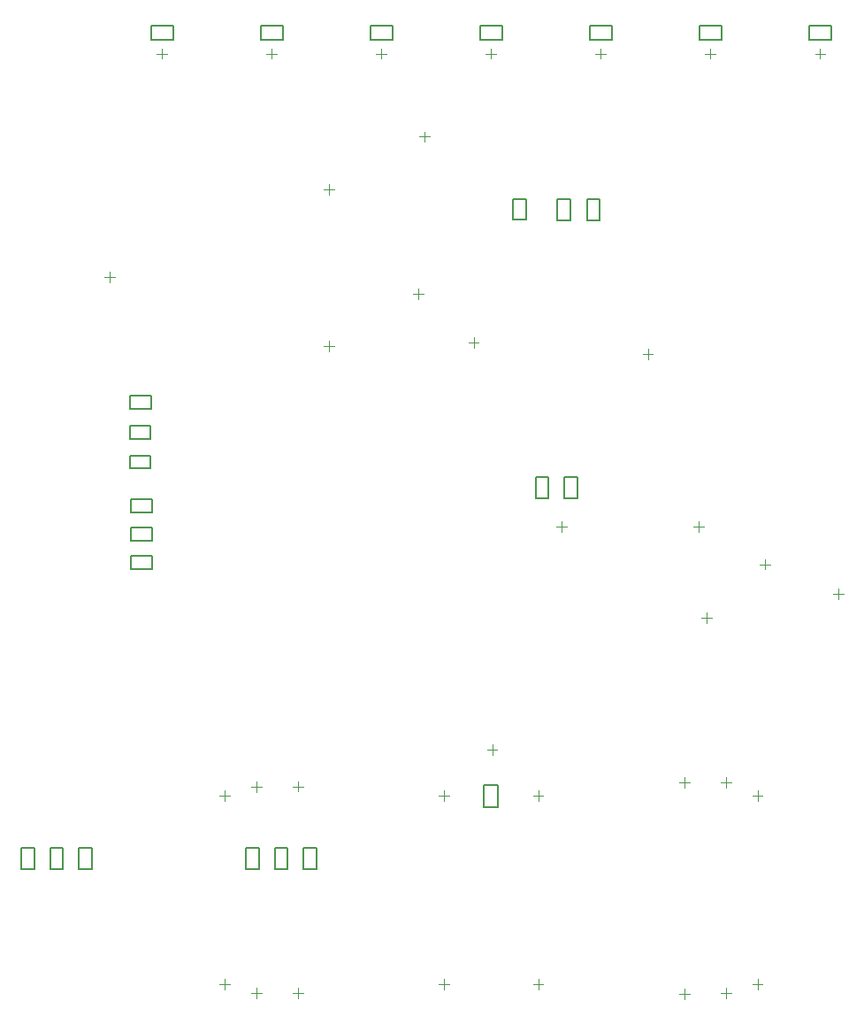
<source format=gbr>
%TF.GenerationSoftware,Altium Limited,Altium Designer,21.6.4 (81)*%
G04 Layer_Color=32896*
%FSLAX43Y43*%
%MOMM*%
%TF.SameCoordinates,6460C9BA-4ACB-47D4-91E6-0B69D92CFE26*%
%TF.FilePolarity,Positive*%
%TF.FileFunction,Other,Top_Component_Center*%
%TF.Part,Single*%
G01*
G75*
%TA.AperFunction,NonConductor*%
%ADD41C,0.200*%
%ADD49C,0.100*%
D41*
X49825Y20950D02*
X51175D01*
Y23050D01*
X49825D02*
X51175D01*
X49825Y20950D02*
Y23050D01*
X56800Y77050D02*
Y79050D01*
X58050D01*
Y77050D02*
Y79050D01*
X56800Y77050D02*
X58050D01*
X16050Y43675D02*
X18050D01*
X16050D02*
Y44925D01*
X18050D01*
Y43675D02*
Y44925D01*
X16049Y46400D02*
X18049D01*
X16049D02*
Y47650D01*
X18049D01*
Y46400D02*
Y47650D01*
X16025Y49100D02*
X18025D01*
X16025D02*
Y50350D01*
X18025D01*
Y49100D02*
Y50350D01*
X15950Y60250D02*
X17950D01*
Y59000D02*
Y60250D01*
X15950Y59000D02*
X17950D01*
X15950D02*
Y60250D01*
X15900Y54550D02*
X17900D01*
Y53300D02*
Y54550D01*
X15900Y53300D02*
X17900D01*
X15900D02*
Y54550D01*
Y57400D02*
X17900D01*
Y56150D02*
Y57400D01*
X15900Y56150D02*
X17900D01*
X15900D02*
Y57400D01*
X57500Y52450D02*
X58750D01*
X57500Y50450D02*
Y52450D01*
Y50450D02*
X58750D01*
Y52450D01*
X54750D02*
X56000D01*
X54750Y50450D02*
Y52450D01*
Y50450D02*
X56000D01*
Y52450D01*
X52625Y79100D02*
X53875D01*
X52625Y77100D02*
Y79100D01*
Y77100D02*
X53875D01*
Y79100D01*
X59675Y77050D02*
X60925D01*
Y79050D01*
X59675D02*
X60925D01*
X59675Y77050D02*
Y79050D01*
X12250Y15000D02*
Y17000D01*
X11000Y15000D02*
X12250D01*
X11000D02*
Y17000D01*
X12250D01*
X6800Y15000D02*
Y17000D01*
X5550Y15000D02*
X6800D01*
X5550D02*
Y17000D01*
X6800D01*
X9525Y15000D02*
Y17000D01*
X8275Y15000D02*
X9525D01*
X8275D02*
Y17000D01*
X9525D01*
X31025Y15000D02*
Y17000D01*
X29775Y15000D02*
X31025D01*
X29775D02*
Y17000D01*
X31025D01*
X33750Y15000D02*
Y17000D01*
X32500Y15000D02*
X33750D01*
X32500D02*
Y17000D01*
X33750D01*
X28275Y15000D02*
Y17000D01*
X27025Y15000D02*
X28275D01*
X27025D02*
Y17000D01*
X28275D01*
X41050Y94325D02*
Y95675D01*
X38950D02*
X41050D01*
X38950Y94325D02*
Y95675D01*
Y94325D02*
X41050D01*
X20050D02*
Y95675D01*
X17950D02*
X20050D01*
X17950Y94325D02*
Y95675D01*
Y94325D02*
X20050D01*
X83050D02*
Y95675D01*
X80950D02*
X83050D01*
X80950Y94325D02*
Y95675D01*
Y94325D02*
X83050D01*
X51550D02*
Y95675D01*
X49450D02*
X51550D01*
X49450Y94325D02*
Y95675D01*
Y94325D02*
X51550D01*
X62050D02*
Y95675D01*
X59950D02*
X62050D01*
X59950Y94325D02*
Y95675D01*
Y94325D02*
X62050D01*
X30550D02*
Y95675D01*
X28450D02*
X30550D01*
X28450Y94325D02*
Y95675D01*
Y94325D02*
X30550D01*
X72550D02*
Y95675D01*
X70450D02*
X72550D01*
X70450Y94325D02*
Y95675D01*
Y94325D02*
X72550D01*
D49*
X48825Y64875D02*
Y65875D01*
X48325Y65375D02*
X49325D01*
X76225Y44150D02*
X77225D01*
X76725Y43650D02*
Y44650D01*
X65500Y63750D02*
Y64750D01*
X65000Y64250D02*
X66000D01*
X70600Y39040D02*
X71600D01*
X71100Y38540D02*
Y39540D01*
X46000Y21500D02*
Y22500D01*
X45500Y22000D02*
X46500D01*
X25000Y3500D02*
Y4500D01*
X24500Y4000D02*
X25500D01*
X25000Y21500D02*
Y22500D01*
X24500Y22000D02*
X25500D01*
X31500Y22900D02*
X32500D01*
X32000Y22400D02*
Y23400D01*
X27500Y22875D02*
X28500D01*
X28000Y22375D02*
Y23375D01*
X55000Y21500D02*
Y22500D01*
X54500Y22000D02*
X55500D01*
X27500Y3150D02*
X28500D01*
X28000Y2650D02*
Y3650D01*
X31500Y3100D02*
X32500D01*
X32000Y2600D02*
Y3600D01*
X46000Y3500D02*
Y4500D01*
X45500Y4000D02*
X46500D01*
X55000Y3500D02*
Y4500D01*
X54500Y4000D02*
X55500D01*
X76000Y21500D02*
Y22500D01*
X75500Y22000D02*
X76500D01*
X72500Y23300D02*
X73500D01*
X73000Y22800D02*
Y23800D01*
X68500Y23250D02*
X69500D01*
X69000Y22750D02*
Y23750D01*
X76000Y3500D02*
Y4500D01*
X75500Y4000D02*
X76500D01*
X72500Y3100D02*
X73500D01*
X73000Y2600D02*
Y3600D01*
X68500Y3050D02*
X69500D01*
X69000Y2550D02*
Y3550D01*
X57224Y47225D02*
Y48225D01*
X56724Y47725D02*
X57724D01*
X70350Y47225D02*
Y48225D01*
X69850Y47725D02*
X70850D01*
X50600Y25900D02*
Y26900D01*
X50100Y26400D02*
X51100D01*
X83224Y41325D02*
X84224D01*
X83724Y40825D02*
Y41825D01*
X13450Y71600D02*
X14450D01*
X13950Y71100D02*
Y72100D01*
X43650Y85050D02*
X44650D01*
X44150Y84550D02*
Y85550D01*
X43025Y70025D02*
X44025D01*
X43525Y69525D02*
Y70525D01*
X34500Y80000D02*
X35500D01*
X35000Y79500D02*
Y80500D01*
X39500Y93000D02*
X40500D01*
X40000Y92500D02*
Y93500D01*
X81500Y93000D02*
X82500D01*
X82000Y92500D02*
Y93500D01*
X71000Y93000D02*
X72000D01*
X71500Y92500D02*
Y93500D01*
X60500Y93000D02*
X61500D01*
X61000Y92500D02*
Y93500D01*
X18500Y93000D02*
X19500D01*
X19000Y92500D02*
Y93500D01*
X29000Y93000D02*
X30000D01*
X29500Y92500D02*
Y93500D01*
X50000Y93000D02*
X51000D01*
X50500Y92500D02*
Y93500D01*
X34500Y65000D02*
X35500D01*
X35000Y64500D02*
Y65500D01*
%TF.MD5,cdabec8fd8162e0e4e3a9318aa14df94*%
M02*

</source>
